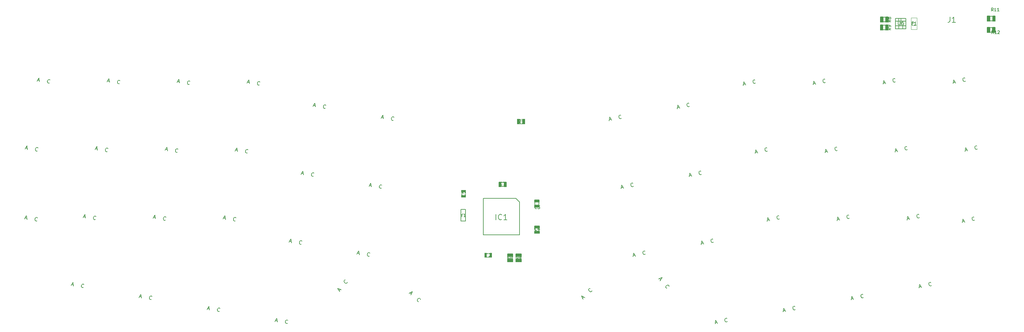
<source format=gbr>
G04 #@! TF.GenerationSoftware,KiCad,Pcbnew,(6.0.0-rc1-dev-1469-g932b9a334)*
G04 #@! TF.CreationDate,2019-08-24T21:44:19-07:00
G04 #@! TF.ProjectId,Laptreus-v2,4c617074-7265-4757-932d-76322e6b6963,rev?*
G04 #@! TF.SameCoordinates,Original*
G04 #@! TF.FileFunction,Other,Fab,Top*
%FSLAX46Y46*%
G04 Gerber Fmt 4.6, Leading zero omitted, Abs format (unit mm)*
G04 Created by KiCad (PCBNEW (6.0.0-rc1-dev-1469-g932b9a334)) date Saturday, August 24, 2019 at 09:44:19 PM*
%MOMM*%
%LPD*%
G04 APERTURE LIST*
%ADD10C,0.101600*%
%ADD11C,0.100000*%
%ADD12C,0.150000*%
%ADD13C,0.200000*%
%ADD14C,0.075000*%
%ADD15C,0.120000*%
G04 APERTURE END LIST*
D10*
G04 #@! TO.C,R1*
X238068156Y-101385374D02*
X238830156Y-101385374D01*
X238093156Y-102705374D02*
X238830156Y-102705374D01*
D11*
G36*
X237356956Y-102769274D02*
G01*
X238107056Y-102769274D01*
X238107056Y-101319174D01*
X237356956Y-101319174D01*
X237356956Y-102769274D01*
G37*
G36*
X238804756Y-102769274D02*
G01*
X239554856Y-102769274D01*
X239554856Y-101319174D01*
X238804756Y-101319174D01*
X238804756Y-102769274D01*
G37*
D12*
G04 #@! TO.C,IC1*
X236999156Y-123298854D02*
X237999156Y-124298854D01*
X227999156Y-123298854D02*
X236999156Y-123298854D01*
X227999156Y-133298854D02*
X227999156Y-123298854D01*
X237999156Y-133298854D02*
X227999156Y-133298854D01*
X237999156Y-124298854D02*
X237999156Y-133298854D01*
D10*
G04 #@! TO.C,C5*
X223134170Y-121485103D02*
X223134170Y-122505103D01*
X222064170Y-121485103D02*
X222064170Y-122505103D01*
D11*
G36*
X221949170Y-122401503D02*
G01*
X221949170Y-122995103D01*
X223249170Y-122995103D01*
X223249170Y-122401503D01*
X221949170Y-122401503D01*
G37*
G36*
X221949170Y-120995103D02*
G01*
X221949170Y-121578303D01*
X223249170Y-121578303D01*
X223249170Y-120995103D01*
X221949170Y-120995103D01*
G37*
D10*
G04 #@! TO.C,C2*
X229909170Y-139505103D02*
X228889170Y-139505103D01*
X229909170Y-138435103D02*
X228889170Y-138435103D01*
D11*
G36*
X228992770Y-138320103D02*
G01*
X228399170Y-138320103D01*
X228399170Y-139620103D01*
X228992770Y-139620103D01*
X228992770Y-138320103D01*
G37*
G36*
X230399170Y-138320103D02*
G01*
X229815970Y-138320103D01*
X229815970Y-139620103D01*
X230399170Y-139620103D01*
X230399170Y-138320103D01*
G37*
D12*
G04 #@! TO.C,U6*
X344644170Y-76425103D02*
X341744170Y-76425103D01*
X341744170Y-76425103D02*
X341744170Y-73525103D01*
X341744170Y-73525103D02*
X344644170Y-73525103D01*
X344644170Y-73525103D02*
X344644170Y-76425103D01*
X344644170Y-75625103D02*
X341744170Y-75625103D01*
X341744170Y-74325103D02*
X344644170Y-74325103D01*
X343294170Y-74325103D02*
X343294170Y-73525103D01*
X342644170Y-73525103D02*
X342644170Y-74325103D01*
X343744170Y-75625103D02*
X343744170Y-76425103D01*
X342644170Y-76425103D02*
X342644170Y-75625103D01*
D11*
G04 #@! TO.C,F1*
X347670170Y-73400103D02*
X347670170Y-76600103D01*
X346070170Y-73400103D02*
X347670170Y-73400103D01*
X346070170Y-76600103D02*
X346070170Y-73400103D01*
X347670170Y-76600103D02*
X346070170Y-76600103D01*
D12*
G04 #@! TO.C,R12*
G36*
X367835420Y-76024833D02*
G01*
X367085320Y-76024833D01*
X367085320Y-77474933D01*
X367835420Y-77474933D01*
X367835420Y-76024833D01*
G37*
X367835420Y-76024833D02*
X367085320Y-76024833D01*
X367085320Y-77474933D01*
X367835420Y-77474933D01*
X367835420Y-76024833D01*
G36*
X369283220Y-76024833D02*
G01*
X368533120Y-76024833D01*
X368533120Y-77474933D01*
X369283220Y-77474933D01*
X369283220Y-76024833D01*
G37*
X369283220Y-76024833D02*
X368533120Y-76024833D01*
X368533120Y-77474933D01*
X369283220Y-77474933D01*
X369283220Y-76024833D01*
X368547020Y-76088733D02*
X367810020Y-76088733D01*
X368572020Y-77408733D02*
X367810020Y-77408733D01*
G04 #@! TO.C,R11*
G36*
X368546621Y-74322634D02*
G01*
X369296721Y-74322634D01*
X369296721Y-72872534D01*
X368546621Y-72872534D01*
X368546621Y-74322634D01*
G37*
X368546621Y-74322634D02*
X369296721Y-74322634D01*
X369296721Y-72872534D01*
X368546621Y-72872534D01*
X368546621Y-74322634D01*
G36*
X367098821Y-74322634D02*
G01*
X367848921Y-74322634D01*
X367848921Y-72872534D01*
X367098821Y-72872534D01*
X367098821Y-74322634D01*
G37*
X367098821Y-74322634D02*
X367848921Y-74322634D01*
X367848921Y-72872534D01*
X367098821Y-72872534D01*
X367098821Y-74322634D01*
X367835021Y-74258734D02*
X368572021Y-74258734D01*
X367810021Y-72938734D02*
X368572021Y-72938734D01*
G04 #@! TO.C,R13*
X234764155Y-140076375D02*
X234764155Y-139314375D01*
X236084155Y-140051375D02*
X236084155Y-139314375D01*
G36*
X236148055Y-140787575D02*
G01*
X236148055Y-140037475D01*
X234697955Y-140037475D01*
X234697955Y-140787575D01*
X236148055Y-140787575D01*
G37*
X236148055Y-140787575D02*
X236148055Y-140037475D01*
X234697955Y-140037475D01*
X234697955Y-140787575D01*
X236148055Y-140787575D01*
G36*
X236148055Y-139339775D02*
G01*
X236148055Y-138589675D01*
X234697955Y-138589675D01*
X234697955Y-139339775D01*
X236148055Y-139339775D01*
G37*
X236148055Y-139339775D02*
X236148055Y-138589675D01*
X234697955Y-138589675D01*
X234697955Y-139339775D01*
X236148055Y-139339775D01*
G04 #@! TO.C,R8*
X338333155Y-73214375D02*
X339095155Y-73214375D01*
X338358155Y-74534375D02*
X339095155Y-74534375D01*
G36*
X337621955Y-74598275D02*
G01*
X338372055Y-74598275D01*
X338372055Y-73148175D01*
X337621955Y-73148175D01*
X337621955Y-74598275D01*
G37*
X337621955Y-74598275D02*
X338372055Y-74598275D01*
X338372055Y-73148175D01*
X337621955Y-73148175D01*
X337621955Y-74598275D01*
G36*
X339069755Y-74598275D02*
G01*
X339819855Y-74598275D01*
X339819855Y-73148175D01*
X339069755Y-73148175D01*
X339069755Y-74598275D01*
G37*
X339069755Y-74598275D02*
X339819855Y-74598275D01*
X339819855Y-73148175D01*
X339069755Y-73148175D01*
X339069755Y-74598275D01*
G04 #@! TO.C,R10*
X237114155Y-140051375D02*
X237114155Y-139289375D01*
X238434155Y-140026375D02*
X238434155Y-139289375D01*
G36*
X238498055Y-140762575D02*
G01*
X238498055Y-140012475D01*
X237047955Y-140012475D01*
X237047955Y-140762575D01*
X238498055Y-140762575D01*
G37*
X238498055Y-140762575D02*
X238498055Y-140012475D01*
X237047955Y-140012475D01*
X237047955Y-140762575D01*
X238498055Y-140762575D01*
G36*
X238498055Y-139314775D02*
G01*
X238498055Y-138564675D01*
X237047955Y-138564675D01*
X237047955Y-139314775D01*
X238498055Y-139314775D01*
G37*
X238498055Y-139314775D02*
X238498055Y-138564675D01*
X237047955Y-138564675D01*
X237047955Y-139314775D01*
X238498055Y-139314775D01*
G04 #@! TO.C,R9*
X339045155Y-76734374D02*
X338283155Y-76734374D01*
X339020155Y-75414374D02*
X338283155Y-75414374D01*
G36*
X339756355Y-75350474D02*
G01*
X339006255Y-75350474D01*
X339006255Y-76800574D01*
X339756355Y-76800574D01*
X339756355Y-75350474D01*
G37*
X339756355Y-75350474D02*
X339006255Y-75350474D01*
X339006255Y-76800574D01*
X339756355Y-76800574D01*
X339756355Y-75350474D01*
G36*
X338308555Y-75350474D02*
G01*
X337558455Y-75350474D01*
X337558455Y-76800574D01*
X338308555Y-76800574D01*
X338308555Y-75350474D01*
G37*
X338308555Y-75350474D02*
X337558455Y-75350474D01*
X337558455Y-76800574D01*
X338308555Y-76800574D01*
X338308555Y-75350474D01*
G04 #@! TO.C,C3*
X243359170Y-124210103D02*
X243359170Y-125230103D01*
X242289170Y-124210103D02*
X242289170Y-125230103D01*
G36*
X242174170Y-125126503D02*
G01*
X242174170Y-125720103D01*
X243474170Y-125720103D01*
X243474170Y-125126503D01*
X242174170Y-125126503D01*
G37*
X242174170Y-125126503D02*
X242174170Y-125720103D01*
X243474170Y-125720103D01*
X243474170Y-125126503D01*
X242174170Y-125126503D01*
G36*
X242174170Y-123720103D02*
G01*
X242174170Y-124303303D01*
X243474170Y-124303303D01*
X243474170Y-123720103D01*
X242174170Y-123720103D01*
G37*
X242174170Y-123720103D02*
X242174170Y-124303303D01*
X243474170Y-124303303D01*
X243474170Y-123720103D01*
X242174170Y-123720103D01*
G04 #@! TO.C,C4*
X242314170Y-132405103D02*
X242314170Y-131385103D01*
X243384170Y-132405103D02*
X243384170Y-131385103D01*
G36*
X243499170Y-131488703D02*
G01*
X243499170Y-130895103D01*
X242199170Y-130895103D01*
X242199170Y-131488703D01*
X243499170Y-131488703D01*
G37*
X243499170Y-131488703D02*
X243499170Y-130895103D01*
X242199170Y-130895103D01*
X242199170Y-131488703D01*
X243499170Y-131488703D01*
G36*
X243499170Y-132895103D02*
G01*
X243499170Y-132311903D01*
X242199170Y-132311903D01*
X242199170Y-132895103D01*
X243499170Y-132895103D01*
G37*
X243499170Y-132895103D02*
X243499170Y-132311903D01*
X242199170Y-132311903D01*
X242199170Y-132895103D01*
X243499170Y-132895103D01*
G04 #@! TO.C,C7*
X232889155Y-118860374D02*
X233909155Y-118860374D01*
X232889155Y-119930374D02*
X233909155Y-119930374D01*
G36*
X233805555Y-120045374D02*
G01*
X234399155Y-120045374D01*
X234399155Y-118745374D01*
X233805555Y-118745374D01*
X233805555Y-120045374D01*
G37*
X233805555Y-120045374D02*
X234399155Y-120045374D01*
X234399155Y-118745374D01*
X233805555Y-118745374D01*
X233805555Y-120045374D01*
G36*
X232399155Y-120045374D02*
G01*
X232982355Y-120045374D01*
X232982355Y-118745374D01*
X232399155Y-118745374D01*
X232399155Y-120045374D01*
G37*
X232399155Y-120045374D02*
X232982355Y-120045374D01*
X232982355Y-118745374D01*
X232399155Y-118745374D01*
X232399155Y-120045374D01*
G04 #@! TO.C,Y1*
X223149155Y-129520374D02*
X221849155Y-129520374D01*
X223149155Y-126320374D02*
X223149155Y-129520374D01*
X221849155Y-126320374D02*
X223149155Y-126320374D01*
X221849155Y-129520374D02*
X221849155Y-126320374D01*
G04 #@! TD*
G04 #@! TO.C,J1*
D13*
X356799170Y-73123674D02*
X356799170Y-74195103D01*
X356727741Y-74409388D01*
X356584884Y-74552245D01*
X356370598Y-74623674D01*
X356227741Y-74623674D01*
X358299170Y-74623674D02*
X357442027Y-74623674D01*
X357870598Y-74623674D02*
X357870598Y-73123674D01*
X357727741Y-73337960D01*
X357584884Y-73480817D01*
X357442027Y-73552245D01*
G04 #@! TO.C,R1*
X238357503Y-102572483D02*
X238024170Y-102096293D01*
X237786074Y-102572483D02*
X237786074Y-101572483D01*
X238167027Y-101572483D01*
X238262265Y-101620103D01*
X238309884Y-101667722D01*
X238357503Y-101762960D01*
X238357503Y-101905817D01*
X238309884Y-102001055D01*
X238262265Y-102048674D01*
X238167027Y-102096293D01*
X237786074Y-102096293D01*
X239309884Y-102572483D02*
X238738455Y-102572483D01*
X239024170Y-102572483D02*
X239024170Y-101572483D01*
X238928931Y-101715341D01*
X238833693Y-101810579D01*
X238738455Y-101858198D01*
G04 #@! TO.C,IC1*
X231534869Y-129173946D02*
X231534869Y-127673946D01*
X233106297Y-129031089D02*
X233034869Y-129102517D01*
X232820583Y-129173946D01*
X232677726Y-129173946D01*
X232463440Y-129102517D01*
X232320583Y-128959660D01*
X232249155Y-128816803D01*
X232177726Y-128531089D01*
X232177726Y-128316803D01*
X232249155Y-128031089D01*
X232320583Y-127888232D01*
X232463440Y-127745375D01*
X232677726Y-127673946D01*
X232820583Y-127673946D01*
X233034869Y-127745375D01*
X233106297Y-127816803D01*
X234534869Y-129173946D02*
X233677726Y-129173946D01*
X234106297Y-129173946D02*
X234106297Y-127673946D01*
X233963440Y-127888232D01*
X233820583Y-128031089D01*
X233677726Y-128102517D01*
G04 #@! TO.C,C5*
D12*
X222927741Y-122186769D02*
X222968217Y-122227245D01*
X223008693Y-122348674D01*
X223008693Y-122429626D01*
X222968217Y-122551055D01*
X222887265Y-122632007D01*
X222806312Y-122672483D01*
X222644408Y-122712960D01*
X222522979Y-122712960D01*
X222361074Y-122672483D01*
X222280122Y-122632007D01*
X222199170Y-122551055D01*
X222158693Y-122429626D01*
X222158693Y-122348674D01*
X222199170Y-122227245D01*
X222239646Y-122186769D01*
X222158693Y-121417722D02*
X222158693Y-121822483D01*
X222563455Y-121862960D01*
X222522979Y-121822483D01*
X222482503Y-121741531D01*
X222482503Y-121539150D01*
X222522979Y-121458198D01*
X222563455Y-121417722D01*
X222644408Y-121377245D01*
X222846789Y-121377245D01*
X222927741Y-121417722D01*
X222968217Y-121458198D01*
X223008693Y-121539150D01*
X223008693Y-121741531D01*
X222968217Y-121822483D01*
X222927741Y-121862960D01*
G04 #@! TO.C,C2*
D13*
X229182503Y-139427245D02*
X229134884Y-139474864D01*
X228992027Y-139522483D01*
X228896789Y-139522483D01*
X228753931Y-139474864D01*
X228658693Y-139379626D01*
X228611074Y-139284388D01*
X228563455Y-139093912D01*
X228563455Y-138951055D01*
X228611074Y-138760579D01*
X228658693Y-138665341D01*
X228753931Y-138570103D01*
X228896789Y-138522483D01*
X228992027Y-138522483D01*
X229134884Y-138570103D01*
X229182503Y-138617722D01*
X229563455Y-138617722D02*
X229611074Y-138570103D01*
X229706312Y-138522483D01*
X229944408Y-138522483D01*
X230039646Y-138570103D01*
X230087265Y-138617722D01*
X230134884Y-138712960D01*
X230134884Y-138808198D01*
X230087265Y-138951055D01*
X229515836Y-139522483D01*
X230134884Y-139522483D01*
G04 #@! TO.C,U6*
D12*
X342482265Y-74377483D02*
X342482265Y-75187007D01*
X342529884Y-75282245D01*
X342577503Y-75329864D01*
X342672741Y-75377483D01*
X342863217Y-75377483D01*
X342958455Y-75329864D01*
X343006074Y-75282245D01*
X343053693Y-75187007D01*
X343053693Y-74377483D01*
X343958455Y-74377483D02*
X343767979Y-74377483D01*
X343672741Y-74425103D01*
X343625122Y-74472722D01*
X343529884Y-74615579D01*
X343482265Y-74806055D01*
X343482265Y-75187007D01*
X343529884Y-75282245D01*
X343577503Y-75329864D01*
X343672741Y-75377483D01*
X343863217Y-75377483D01*
X343958455Y-75329864D01*
X344006074Y-75282245D01*
X344053693Y-75187007D01*
X344053693Y-74948912D01*
X344006074Y-74853674D01*
X343958455Y-74806055D01*
X343863217Y-74758436D01*
X343672741Y-74758436D01*
X343577503Y-74806055D01*
X343529884Y-74853674D01*
X343482265Y-74948912D01*
D14*
X342920360Y-75356055D02*
X343325122Y-75356055D01*
X343372741Y-75332245D01*
X343396550Y-75308436D01*
X343420360Y-75260817D01*
X343420360Y-75165579D01*
X343396550Y-75117960D01*
X343372741Y-75094150D01*
X343325122Y-75070341D01*
X342920360Y-75070341D01*
X342920360Y-74617960D02*
X342920360Y-74713198D01*
X342944170Y-74760817D01*
X342967979Y-74784626D01*
X343039408Y-74832245D01*
X343134646Y-74856055D01*
X343325122Y-74856055D01*
X343372741Y-74832245D01*
X343396550Y-74808436D01*
X343420360Y-74760817D01*
X343420360Y-74665579D01*
X343396550Y-74617960D01*
X343372741Y-74594150D01*
X343325122Y-74570341D01*
X343206074Y-74570341D01*
X343158455Y-74594150D01*
X343134646Y-74617960D01*
X343110836Y-74665579D01*
X343110836Y-74760817D01*
X343134646Y-74808436D01*
X343158455Y-74832245D01*
X343206074Y-74856055D01*
G04 #@! TO.C,F1*
D12*
X346586836Y-74939388D02*
X346303503Y-74939388D01*
X346303503Y-75384626D02*
X346303503Y-74534626D01*
X346708265Y-74534626D01*
X347477312Y-75384626D02*
X346991598Y-75384626D01*
X347234455Y-75384626D02*
X347234455Y-74534626D01*
X347153503Y-74656055D01*
X347072550Y-74737007D01*
X346991598Y-74777483D01*
D15*
X346813027Y-75266769D02*
X346813027Y-75533436D01*
X347232074Y-75533436D02*
X346432074Y-75533436D01*
X346432074Y-75152483D01*
X347232074Y-74428674D02*
X347232074Y-74885817D01*
X347232074Y-74657245D02*
X346432074Y-74657245D01*
X346546360Y-74733436D01*
X346622550Y-74809626D01*
X346660646Y-74885817D01*
G04 #@! TO.C,D2*
D12*
X341738603Y-91018743D02*
X341699977Y-91073908D01*
X341567559Y-91145610D01*
X341473767Y-91162148D01*
X341324812Y-91140060D01*
X341214483Y-91062806D01*
X341151049Y-90977284D01*
X341071078Y-90797971D01*
X341046271Y-90657284D01*
X341060090Y-90461432D01*
X341090448Y-90359372D01*
X341167701Y-90249043D01*
X341300119Y-90177341D01*
X341393910Y-90160803D01*
X341542866Y-90182891D01*
X341598031Y-90221518D01*
X338408766Y-91412468D02*
X338877722Y-91329778D01*
X338364588Y-91710379D02*
X338519209Y-90667689D01*
X339021127Y-91594614D01*
G04 #@! TO.C,D42*
X258016354Y-148753370D02*
X258013416Y-148820649D01*
X257940262Y-148952270D01*
X257870045Y-149016612D01*
X257732549Y-149078017D01*
X257597990Y-149072142D01*
X257498539Y-149034096D01*
X257334747Y-148925833D01*
X257238234Y-148820508D01*
X257144659Y-148647903D01*
X257115425Y-148545515D01*
X257121300Y-148410956D01*
X257194455Y-148279335D01*
X257264672Y-148214993D01*
X257402168Y-148153589D01*
X257469447Y-148156526D01*
X255419547Y-150874554D02*
X255770631Y-150552844D01*
X255542356Y-151149546D02*
X255112524Y-150187072D01*
X256033874Y-150699153D01*
G04 #@! TO.C,D9*
X166251011Y-91932347D02*
X166195846Y-91970973D01*
X166046890Y-91993062D01*
X165953099Y-91976524D01*
X165820681Y-91904822D01*
X165743428Y-91794493D01*
X165713070Y-91692432D01*
X165699251Y-91496581D01*
X165724057Y-91355894D01*
X165804029Y-91176581D01*
X165867462Y-91091059D01*
X165977792Y-91013805D01*
X166126747Y-90991716D01*
X166220539Y-91008254D01*
X166352956Y-91079957D01*
X166391583Y-91135121D01*
X162987325Y-91163457D02*
X163456281Y-91246147D01*
X162843920Y-91428293D02*
X163345838Y-90501368D01*
X163500459Y-91544058D01*
G04 #@! TO.C,D36*
X104899879Y-129474180D02*
X104844714Y-129512806D01*
X104695758Y-129534895D01*
X104601967Y-129518357D01*
X104469549Y-129446655D01*
X104392296Y-129336326D01*
X104361938Y-129234265D01*
X104348119Y-129038414D01*
X104372925Y-128897727D01*
X104452897Y-128718414D01*
X104516330Y-128632892D01*
X104626660Y-128555638D01*
X104775615Y-128533549D01*
X104869407Y-128550087D01*
X105001824Y-128621790D01*
X105040451Y-128676954D01*
X101636193Y-128705290D02*
X102105149Y-128787980D01*
X101492788Y-128970126D02*
X101994706Y-128043201D01*
X102149327Y-129085891D01*
G04 #@! TO.C,D25*
X363594739Y-129249964D02*
X363556113Y-129305129D01*
X363423695Y-129376831D01*
X363329903Y-129393369D01*
X363180948Y-129371281D01*
X363070619Y-129294027D01*
X363007185Y-129208505D01*
X362927214Y-129029192D01*
X362902407Y-128888505D01*
X362916226Y-128692653D01*
X362946584Y-128590593D01*
X363023837Y-128480264D01*
X363156255Y-128408562D01*
X363250046Y-128392024D01*
X363399002Y-128414112D01*
X363454167Y-128452739D01*
X360264902Y-129643689D02*
X360733858Y-129560999D01*
X360220724Y-129941600D02*
X360375345Y-128898910D01*
X360877263Y-129825835D01*
G04 #@! TO.C,D24*
X105007253Y-110149235D02*
X104952088Y-110187861D01*
X104803132Y-110209950D01*
X104709341Y-110193412D01*
X104576923Y-110121710D01*
X104499670Y-110011381D01*
X104469312Y-109909320D01*
X104455493Y-109713469D01*
X104480299Y-109572782D01*
X104560271Y-109393469D01*
X104623704Y-109307947D01*
X104734034Y-109230693D01*
X104882989Y-109208604D01*
X104976781Y-109225142D01*
X105109198Y-109296845D01*
X105147825Y-109352009D01*
X101743567Y-109380345D02*
X102212523Y-109463035D01*
X101600162Y-109645181D02*
X102102080Y-108718256D01*
X102256701Y-109760946D01*
G04 #@! TO.C,D13*
X364358521Y-109598099D02*
X364319895Y-109653264D01*
X364187477Y-109724966D01*
X364093685Y-109741504D01*
X363944730Y-109719416D01*
X363834401Y-109642162D01*
X363770967Y-109556640D01*
X363690996Y-109377327D01*
X363666189Y-109236640D01*
X363680008Y-109040788D01*
X363710366Y-108938728D01*
X363787619Y-108828399D01*
X363920037Y-108756697D01*
X364013828Y-108740159D01*
X364162784Y-108762247D01*
X364217949Y-108800874D01*
X361028684Y-109991824D02*
X361497640Y-109909134D01*
X360984506Y-110289735D02*
X361139127Y-109247045D01*
X361641045Y-110173970D01*
G04 #@! TO.C,D12*
X108315249Y-91388647D02*
X108260084Y-91427273D01*
X108111128Y-91449362D01*
X108017337Y-91432824D01*
X107884919Y-91361122D01*
X107807666Y-91250793D01*
X107777308Y-91148732D01*
X107763489Y-90952881D01*
X107788295Y-90812194D01*
X107868267Y-90632881D01*
X107931700Y-90547359D01*
X108042030Y-90470105D01*
X108190985Y-90448016D01*
X108284777Y-90464554D01*
X108417194Y-90536257D01*
X108455821Y-90591421D01*
X105051563Y-90619757D02*
X105520519Y-90702447D01*
X104908158Y-90884593D02*
X105410076Y-89957668D01*
X105564697Y-91000358D01*
G04 #@! TO.C,D1*
X361050526Y-90837511D02*
X361011900Y-90892676D01*
X360879482Y-90964378D01*
X360785690Y-90980916D01*
X360636735Y-90958828D01*
X360526406Y-90881574D01*
X360462972Y-90796052D01*
X360383001Y-90616739D01*
X360358194Y-90476052D01*
X360372013Y-90280200D01*
X360402371Y-90178140D01*
X360479624Y-90067811D01*
X360612042Y-89996109D01*
X360705833Y-89979571D01*
X360854789Y-90001659D01*
X360909954Y-90040286D01*
X357720689Y-91231236D02*
X358189645Y-91148546D01*
X357676511Y-91529147D02*
X357831132Y-90486457D01*
X358333050Y-91413382D01*
G04 #@! TO.C,D48*
X117703179Y-147851644D02*
X117648014Y-147890270D01*
X117499058Y-147912359D01*
X117405267Y-147895821D01*
X117272849Y-147824119D01*
X117195596Y-147713790D01*
X117165238Y-147611729D01*
X117151419Y-147415878D01*
X117176225Y-147275191D01*
X117256197Y-147095878D01*
X117319630Y-147010356D01*
X117429960Y-146933102D01*
X117578915Y-146911013D01*
X117672707Y-146927551D01*
X117805124Y-146999254D01*
X117843751Y-147054418D01*
X114439493Y-147082754D02*
X114908449Y-147165444D01*
X114296088Y-147347590D02*
X114798006Y-146420665D01*
X114952627Y-147463355D01*
G04 #@! TO.C,D18*
X269452916Y-119884559D02*
X269414290Y-119939724D01*
X269281872Y-120011426D01*
X269188080Y-120027964D01*
X269039125Y-120005876D01*
X268928796Y-119928622D01*
X268865362Y-119843100D01*
X268785391Y-119663787D01*
X268760584Y-119523100D01*
X268774403Y-119327248D01*
X268804761Y-119225188D01*
X268882014Y-119114859D01*
X269014432Y-119043157D01*
X269108223Y-119026619D01*
X269257179Y-119048707D01*
X269312344Y-119087334D01*
X266123079Y-120278284D02*
X266592035Y-120195594D01*
X266078901Y-120576195D02*
X266233522Y-119533505D01*
X266735440Y-120460430D01*
G04 #@! TO.C,D17*
X288213505Y-116576562D02*
X288174879Y-116631727D01*
X288042461Y-116703429D01*
X287948669Y-116719967D01*
X287799714Y-116697879D01*
X287689385Y-116620625D01*
X287625951Y-116535103D01*
X287545980Y-116355790D01*
X287521173Y-116215103D01*
X287534992Y-116019251D01*
X287565350Y-115917191D01*
X287642603Y-115806862D01*
X287775021Y-115735160D01*
X287868812Y-115718622D01*
X288017768Y-115740710D01*
X288072933Y-115779337D01*
X284883668Y-116970287D02*
X285352624Y-116887597D01*
X284839490Y-117268198D02*
X284994111Y-116225508D01*
X285496029Y-117152433D01*
G04 #@! TO.C,D43*
X210167222Y-151773786D02*
X210099943Y-151776724D01*
X209962446Y-151715319D01*
X209892230Y-151650977D01*
X209819075Y-151519356D01*
X209813200Y-151384797D01*
X209842434Y-151282409D01*
X209936009Y-151109804D01*
X210032522Y-151004479D01*
X210196314Y-150896216D01*
X210295765Y-150858170D01*
X210430323Y-150852295D01*
X210567820Y-150913700D01*
X210638037Y-150978042D01*
X210711191Y-151109663D01*
X210714129Y-151176943D01*
X207827783Y-149371734D02*
X208178867Y-149693444D01*
X207564540Y-149518043D02*
X208485890Y-149005962D01*
X208056058Y-149968436D01*
G04 #@! TO.C,D35*
X121011175Y-129091057D02*
X120956010Y-129129683D01*
X120807054Y-129151772D01*
X120713263Y-129135234D01*
X120580845Y-129063532D01*
X120503592Y-128953203D01*
X120473234Y-128851142D01*
X120459415Y-128655291D01*
X120484221Y-128514604D01*
X120564193Y-128335291D01*
X120627626Y-128249769D01*
X120737956Y-128172515D01*
X120886911Y-128150426D01*
X120980703Y-128166964D01*
X121113120Y-128238667D01*
X121151747Y-128293831D01*
X117747489Y-128322167D02*
X118216445Y-128404857D01*
X117604084Y-128587003D02*
X118106002Y-127660078D01*
X118260623Y-128702768D01*
G04 #@! TO.C,D23*
X124319173Y-110330467D02*
X124264008Y-110369093D01*
X124115052Y-110391182D01*
X124021261Y-110374644D01*
X123888843Y-110302942D01*
X123811590Y-110192613D01*
X123781232Y-110090552D01*
X123767413Y-109894701D01*
X123792219Y-109754014D01*
X123872191Y-109574701D01*
X123935624Y-109489179D01*
X124045954Y-109411925D01*
X124194909Y-109389836D01*
X124288701Y-109406374D01*
X124421118Y-109478077D01*
X124459745Y-109533241D01*
X121055487Y-109561577D02*
X121524443Y-109644267D01*
X120912082Y-109826413D02*
X121414000Y-108899488D01*
X121568621Y-109942178D01*
G04 #@! TO.C,D10*
X146939092Y-91751114D02*
X146883927Y-91789740D01*
X146734971Y-91811829D01*
X146641180Y-91795291D01*
X146508762Y-91723589D01*
X146431509Y-91613260D01*
X146401151Y-91511199D01*
X146387332Y-91315348D01*
X146412138Y-91174661D01*
X146492110Y-90995348D01*
X146555543Y-90909826D01*
X146665873Y-90832572D01*
X146814828Y-90810483D01*
X146908620Y-90827021D01*
X147041037Y-90898724D01*
X147079664Y-90953888D01*
X143675406Y-90982224D02*
X144144362Y-91064914D01*
X143532001Y-91247060D02*
X144033919Y-90320135D01*
X144188540Y-91362825D01*
G04 #@! TO.C,D40*
X295380833Y-157224501D02*
X295342207Y-157279666D01*
X295209789Y-157351368D01*
X295115997Y-157367906D01*
X294967042Y-157345818D01*
X294856713Y-157268564D01*
X294793279Y-157183042D01*
X294713308Y-157003729D01*
X294688501Y-156863042D01*
X294702320Y-156667190D01*
X294732678Y-156565130D01*
X294809931Y-156454801D01*
X294942349Y-156383099D01*
X295036140Y-156366561D01*
X295185096Y-156388649D01*
X295240261Y-156427276D01*
X292050996Y-157618226D02*
X292519952Y-157535536D01*
X292006818Y-157916137D02*
X292161439Y-156873447D01*
X292663357Y-157800372D01*
G04 #@! TO.C,D38*
X332902008Y-150608505D02*
X332863382Y-150663670D01*
X332730964Y-150735372D01*
X332637172Y-150751910D01*
X332488217Y-150729822D01*
X332377888Y-150652568D01*
X332314454Y-150567046D01*
X332234483Y-150387733D01*
X332209676Y-150247046D01*
X332223495Y-150051194D01*
X332253853Y-149949134D01*
X332331106Y-149838805D01*
X332463524Y-149767103D01*
X332557315Y-149750565D01*
X332706271Y-149772653D01*
X332761436Y-149811280D01*
X329572171Y-151002230D02*
X330041127Y-150919540D01*
X329527993Y-151300141D02*
X329682614Y-150257451D01*
X330184532Y-151184376D01*
G04 #@! TO.C,D37*
X351662597Y-147300508D02*
X351623971Y-147355673D01*
X351491553Y-147427375D01*
X351397761Y-147443913D01*
X351248806Y-147421825D01*
X351138477Y-147344571D01*
X351075043Y-147259049D01*
X350995072Y-147079736D01*
X350970265Y-146939049D01*
X350984084Y-146743197D01*
X351014442Y-146641137D01*
X351091695Y-146530808D01*
X351224113Y-146459106D01*
X351317904Y-146442568D01*
X351466860Y-146464656D01*
X351522025Y-146503283D01*
X348332760Y-147694233D02*
X348801716Y-147611543D01*
X348288582Y-147992144D02*
X348443203Y-146949454D01*
X348945121Y-147876379D01*
G04 #@! TO.C,D34*
X140323095Y-129272288D02*
X140267930Y-129310914D01*
X140118974Y-129333003D01*
X140025183Y-129316465D01*
X139892765Y-129244763D01*
X139815512Y-129134434D01*
X139785154Y-129032373D01*
X139771335Y-128836522D01*
X139796141Y-128695835D01*
X139876113Y-128516522D01*
X139939546Y-128431000D01*
X140049876Y-128353746D01*
X140198831Y-128331657D01*
X140292623Y-128348195D01*
X140425040Y-128419898D01*
X140463667Y-128475062D01*
X137059409Y-128503398D02*
X137528365Y-128586088D01*
X136916004Y-128768234D02*
X137417922Y-127841309D01*
X137572543Y-128883999D01*
G04 #@! TO.C,D31*
X196604859Y-139196282D02*
X196549694Y-139234908D01*
X196400738Y-139256997D01*
X196306947Y-139240459D01*
X196174529Y-139168757D01*
X196097276Y-139058428D01*
X196066918Y-138956367D01*
X196053099Y-138760516D01*
X196077905Y-138619829D01*
X196157877Y-138440516D01*
X196221310Y-138354994D01*
X196331640Y-138277740D01*
X196480595Y-138255651D01*
X196574387Y-138272189D01*
X196706804Y-138343892D01*
X196745431Y-138399056D01*
X193341173Y-138427392D02*
X193810129Y-138510082D01*
X193197768Y-138692228D02*
X193699686Y-137765303D01*
X193854307Y-138807993D01*
G04 #@! TO.C,D30*
X272760916Y-138645146D02*
X272722290Y-138700311D01*
X272589872Y-138772013D01*
X272496080Y-138788551D01*
X272347125Y-138766463D01*
X272236796Y-138689209D01*
X272173362Y-138603687D01*
X272093391Y-138424374D01*
X272068584Y-138283687D01*
X272082403Y-138087835D01*
X272112761Y-137985775D01*
X272190014Y-137875446D01*
X272322432Y-137803744D01*
X272416223Y-137787206D01*
X272565179Y-137809294D01*
X272620344Y-137847921D01*
X269431079Y-139038871D02*
X269900035Y-138956181D01*
X269386901Y-139336782D02*
X269541522Y-138294092D01*
X270043440Y-139221017D01*
G04 #@! TO.C,D29*
X291521504Y-135337147D02*
X291482878Y-135392312D01*
X291350460Y-135464014D01*
X291256668Y-135480552D01*
X291107713Y-135458464D01*
X290997384Y-135381210D01*
X290933950Y-135295688D01*
X290853979Y-135116375D01*
X290829172Y-134975688D01*
X290842991Y-134779836D01*
X290873349Y-134677776D01*
X290950602Y-134567447D01*
X291083020Y-134495745D01*
X291176811Y-134479207D01*
X291325767Y-134501295D01*
X291380932Y-134539922D01*
X288191667Y-135730872D02*
X288660623Y-135648182D01*
X288147489Y-136028783D02*
X288302110Y-134986093D01*
X288804028Y-135913018D01*
G04 #@! TO.C,D27*
X329042680Y-128721155D02*
X329004054Y-128776320D01*
X328871636Y-128848022D01*
X328777844Y-128864560D01*
X328628889Y-128842472D01*
X328518560Y-128765218D01*
X328455126Y-128679696D01*
X328375155Y-128500383D01*
X328350348Y-128359696D01*
X328364167Y-128163844D01*
X328394525Y-128061784D01*
X328471778Y-127951455D01*
X328604196Y-127879753D01*
X328697987Y-127863215D01*
X328846943Y-127885303D01*
X328902108Y-127923930D01*
X325712843Y-129114880D02*
X326181799Y-129032190D01*
X325668665Y-129412791D02*
X325823286Y-128370101D01*
X326325204Y-129297026D01*
G04 #@! TO.C,D26*
X348354600Y-128539919D02*
X348315974Y-128595084D01*
X348183556Y-128666786D01*
X348089764Y-128683324D01*
X347940809Y-128661236D01*
X347830480Y-128583982D01*
X347767046Y-128498460D01*
X347687075Y-128319147D01*
X347662268Y-128178460D01*
X347676087Y-127982608D01*
X347706445Y-127880548D01*
X347783698Y-127770219D01*
X347916116Y-127698517D01*
X348009907Y-127681979D01*
X348158863Y-127704067D01*
X348214028Y-127742694D01*
X345024763Y-128933644D02*
X345493719Y-128850954D01*
X344980585Y-129231555D02*
X345135206Y-128188865D01*
X345637124Y-129115790D01*
G04 #@! TO.C,D21*
X162943015Y-110692934D02*
X162887850Y-110731560D01*
X162738894Y-110753649D01*
X162645103Y-110737111D01*
X162512685Y-110665409D01*
X162435432Y-110555080D01*
X162405074Y-110453019D01*
X162391255Y-110257168D01*
X162416061Y-110116481D01*
X162496033Y-109937168D01*
X162559466Y-109851646D01*
X162669796Y-109774392D01*
X162818751Y-109752303D01*
X162912543Y-109768841D01*
X163044960Y-109840544D01*
X163083587Y-109895708D01*
X159679329Y-109924044D02*
X160148285Y-110006734D01*
X159535924Y-110188880D02*
X160037842Y-109261955D01*
X160192463Y-110304645D01*
G04 #@! TO.C,D16*
X306422759Y-110141797D02*
X306384133Y-110196962D01*
X306251715Y-110268664D01*
X306157923Y-110285202D01*
X306008968Y-110263114D01*
X305898639Y-110185860D01*
X305835205Y-110100338D01*
X305755234Y-109921025D01*
X305730427Y-109780338D01*
X305744246Y-109584486D01*
X305774604Y-109482426D01*
X305851857Y-109372097D01*
X305984275Y-109300395D01*
X306078066Y-109283857D01*
X306227022Y-109305945D01*
X306282187Y-109344572D01*
X303092922Y-110535522D02*
X303561878Y-110452832D01*
X303048744Y-110833433D02*
X303203365Y-109790743D01*
X303705283Y-110717668D01*
G04 #@! TO.C,D15*
X325734680Y-109960565D02*
X325696054Y-110015730D01*
X325563636Y-110087432D01*
X325469844Y-110103970D01*
X325320889Y-110081882D01*
X325210560Y-110004628D01*
X325147126Y-109919106D01*
X325067155Y-109739793D01*
X325042348Y-109599106D01*
X325056167Y-109403254D01*
X325086525Y-109301194D01*
X325163778Y-109190865D01*
X325296196Y-109119163D01*
X325389987Y-109102625D01*
X325538943Y-109124713D01*
X325594108Y-109163340D01*
X322404843Y-110354290D02*
X322873799Y-110271600D01*
X322360665Y-110652201D02*
X322515286Y-109609511D01*
X323017204Y-110536436D01*
G04 #@! TO.C,D11*
X127627171Y-91569881D02*
X127572006Y-91608507D01*
X127423050Y-91630596D01*
X127329259Y-91614058D01*
X127196841Y-91542356D01*
X127119588Y-91432027D01*
X127089230Y-91329966D01*
X127075411Y-91134115D01*
X127100217Y-90993428D01*
X127180189Y-90814115D01*
X127243622Y-90728593D01*
X127353952Y-90651339D01*
X127502907Y-90629250D01*
X127596699Y-90645788D01*
X127729116Y-90717491D01*
X127767743Y-90772655D01*
X124363485Y-90800991D02*
X124832441Y-90883681D01*
X124220080Y-91065827D02*
X124721998Y-90138902D01*
X124876619Y-91181592D01*
G04 #@! TO.C,D8*
X184460266Y-98367109D02*
X184405101Y-98405735D01*
X184256145Y-98427824D01*
X184162354Y-98411286D01*
X184029936Y-98339584D01*
X183952683Y-98229255D01*
X183922325Y-98127194D01*
X183908506Y-97931343D01*
X183933312Y-97790656D01*
X184013284Y-97611343D01*
X184076717Y-97525821D01*
X184187047Y-97448567D01*
X184336002Y-97426478D01*
X184429794Y-97443016D01*
X184562211Y-97514719D01*
X184600838Y-97569883D01*
X181196580Y-97598219D02*
X181665536Y-97680909D01*
X181053175Y-97863055D02*
X181555093Y-96936130D01*
X181709714Y-97978820D01*
G04 #@! TO.C,D5*
X284905507Y-97815974D02*
X284866881Y-97871139D01*
X284734463Y-97942841D01*
X284640671Y-97959379D01*
X284491716Y-97937291D01*
X284381387Y-97860037D01*
X284317953Y-97774515D01*
X284237982Y-97595202D01*
X284213175Y-97454515D01*
X284226994Y-97258663D01*
X284257352Y-97156603D01*
X284334605Y-97046274D01*
X284467023Y-96974572D01*
X284560814Y-96958034D01*
X284709770Y-96980122D01*
X284764935Y-97018749D01*
X281575670Y-98209699D02*
X282044626Y-98127009D01*
X281531492Y-98507610D02*
X281686113Y-97464920D01*
X282188031Y-98391845D01*
G04 #@! TO.C,D4*
X303114760Y-91381210D02*
X303076134Y-91436375D01*
X302943716Y-91508077D01*
X302849924Y-91524615D01*
X302700969Y-91502527D01*
X302590640Y-91425273D01*
X302527206Y-91339751D01*
X302447235Y-91160438D01*
X302422428Y-91019751D01*
X302436247Y-90823899D01*
X302466605Y-90721839D01*
X302543858Y-90611510D01*
X302676276Y-90539808D01*
X302770067Y-90523270D01*
X302919023Y-90545358D01*
X302974188Y-90583985D01*
X299784923Y-91774935D02*
X300253879Y-91692245D01*
X299740745Y-92072846D02*
X299895366Y-91030156D01*
X300397284Y-91957081D01*
G04 #@! TO.C,D7*
X203220856Y-101675108D02*
X203165691Y-101713734D01*
X203016735Y-101735823D01*
X202922944Y-101719285D01*
X202790526Y-101647583D01*
X202713273Y-101537254D01*
X202682915Y-101435193D01*
X202669096Y-101239342D01*
X202693902Y-101098655D01*
X202773874Y-100919342D01*
X202837307Y-100833820D01*
X202947637Y-100756566D01*
X203096592Y-100734477D01*
X203190384Y-100751015D01*
X203322801Y-100822718D01*
X203361428Y-100877882D01*
X199957170Y-100906218D02*
X200426126Y-100988908D01*
X199813765Y-101171054D02*
X200315683Y-100244129D01*
X200470304Y-101286819D01*
G04 #@! TO.C,D47*
X136463765Y-151159641D02*
X136408600Y-151198267D01*
X136259644Y-151220356D01*
X136165853Y-151203818D01*
X136033435Y-151132116D01*
X135956182Y-151021787D01*
X135925824Y-150919726D01*
X135912005Y-150723875D01*
X135936811Y-150583188D01*
X136016783Y-150403875D01*
X136080216Y-150318353D01*
X136190546Y-150241099D01*
X136339501Y-150219010D01*
X136433293Y-150235548D01*
X136565710Y-150307251D01*
X136604337Y-150362415D01*
X133200079Y-150390751D02*
X133669035Y-150473441D01*
X133056674Y-150655587D02*
X133558592Y-149728662D01*
X133713213Y-150771352D01*
G04 #@! TO.C,D46*
X155224352Y-154467639D02*
X155169187Y-154506265D01*
X155020231Y-154528354D01*
X154926440Y-154511816D01*
X154794022Y-154440114D01*
X154716769Y-154329785D01*
X154686411Y-154227724D01*
X154672592Y-154031873D01*
X154697398Y-153891186D01*
X154777370Y-153711873D01*
X154840803Y-153626351D01*
X154951133Y-153549097D01*
X155100088Y-153527008D01*
X155193880Y-153543546D01*
X155326297Y-153615249D01*
X155364924Y-153670413D01*
X151960666Y-153698749D02*
X152429622Y-153781439D01*
X151817261Y-153963585D02*
X152319179Y-153036660D01*
X152473800Y-154079350D01*
G04 #@! TO.C,D45*
X173984940Y-157775638D02*
X173929775Y-157814264D01*
X173780819Y-157836353D01*
X173687028Y-157819815D01*
X173554610Y-157748113D01*
X173477357Y-157637784D01*
X173446999Y-157535723D01*
X173433180Y-157339872D01*
X173457986Y-157199185D01*
X173537958Y-157019872D01*
X173601391Y-156934350D01*
X173711721Y-156857096D01*
X173860676Y-156835007D01*
X173954468Y-156851545D01*
X174086885Y-156923248D01*
X174125512Y-156978412D01*
X170721254Y-157006748D02*
X171190210Y-157089438D01*
X170577849Y-157271584D02*
X171079767Y-156344659D01*
X171234388Y-157387349D01*
G04 #@! TO.C,D44*
X190536362Y-146332884D02*
X190542231Y-146399971D01*
X190486883Y-146540015D01*
X190425665Y-146612971D01*
X190297360Y-146691797D01*
X190163185Y-146703536D01*
X190059620Y-146678796D01*
X189883098Y-146592839D01*
X189773663Y-146501012D01*
X189658358Y-146342098D01*
X189616011Y-146244402D01*
X189604272Y-146110227D01*
X189659620Y-145970184D01*
X189720838Y-145897227D01*
X189849143Y-145818401D01*
X189916231Y-145812532D01*
X188238640Y-148774872D02*
X188544729Y-148410089D01*
X188396292Y-149031483D02*
X187844510Y-148133347D01*
X188824817Y-148520786D01*
G04 #@! TO.C,D41*
X278674428Y-148084511D02*
X278607341Y-148078642D01*
X278479036Y-147999816D01*
X278417818Y-147926860D01*
X278362470Y-147786816D01*
X278374208Y-147652641D01*
X278416556Y-147554945D01*
X278531860Y-147396031D01*
X278641295Y-147304204D01*
X278817817Y-147218247D01*
X278921383Y-147193507D01*
X279055557Y-147205246D01*
X279183862Y-147284072D01*
X279245080Y-147357029D01*
X279300429Y-147497072D01*
X279294559Y-147564160D01*
X276668533Y-145397651D02*
X276974622Y-145762434D01*
X276388445Y-145508348D02*
X277368752Y-145120909D01*
X276816970Y-146019045D01*
G04 #@! TO.C,D39*
X314141421Y-153916503D02*
X314102795Y-153971668D01*
X313970377Y-154043370D01*
X313876585Y-154059908D01*
X313727630Y-154037820D01*
X313617301Y-153960566D01*
X313553867Y-153875044D01*
X313473896Y-153695731D01*
X313449089Y-153555044D01*
X313462908Y-153359192D01*
X313493266Y-153257132D01*
X313570519Y-153146803D01*
X313702937Y-153075101D01*
X313796728Y-153058563D01*
X313945684Y-153080651D01*
X314000849Y-153119278D01*
X310811584Y-154310228D02*
X311280540Y-154227538D01*
X310767406Y-154608139D02*
X310922027Y-153565449D01*
X311423945Y-154492374D01*
G04 #@! TO.C,D33*
X159635017Y-129453522D02*
X159579852Y-129492148D01*
X159430896Y-129514237D01*
X159337105Y-129497699D01*
X159204687Y-129425997D01*
X159127434Y-129315668D01*
X159097076Y-129213607D01*
X159083257Y-129017756D01*
X159108063Y-128877069D01*
X159188035Y-128697756D01*
X159251468Y-128612234D01*
X159361798Y-128534980D01*
X159510753Y-128512891D01*
X159604545Y-128529429D01*
X159736962Y-128601132D01*
X159775589Y-128656296D01*
X156371331Y-128684632D02*
X156840287Y-128767322D01*
X156227926Y-128949468D02*
X156729844Y-128022543D01*
X156884465Y-129065233D01*
G04 #@! TO.C,D32*
X177844272Y-135888285D02*
X177789107Y-135926911D01*
X177640151Y-135949000D01*
X177546360Y-135932462D01*
X177413942Y-135860760D01*
X177336689Y-135750431D01*
X177306331Y-135648370D01*
X177292512Y-135452519D01*
X177317318Y-135311832D01*
X177397290Y-135132519D01*
X177460723Y-135046997D01*
X177571053Y-134969743D01*
X177720008Y-134947654D01*
X177813800Y-134964192D01*
X177946217Y-135035895D01*
X177984844Y-135091059D01*
X174580586Y-135119395D02*
X175049542Y-135202085D01*
X174437181Y-135384231D02*
X174939099Y-134457306D01*
X175093720Y-135499996D01*
G04 #@! TO.C,D28*
X309730758Y-128902387D02*
X309692132Y-128957552D01*
X309559714Y-129029254D01*
X309465922Y-129045792D01*
X309316967Y-129023704D01*
X309206638Y-128946450D01*
X309143204Y-128860928D01*
X309063233Y-128681615D01*
X309038426Y-128540928D01*
X309052245Y-128345076D01*
X309082603Y-128243016D01*
X309159856Y-128132687D01*
X309292274Y-128060985D01*
X309386065Y-128044447D01*
X309535021Y-128066535D01*
X309590186Y-128105162D01*
X306400921Y-129296112D02*
X306869877Y-129213422D01*
X306356743Y-129594023D02*
X306511364Y-128551333D01*
X307013282Y-129478258D01*
G04 #@! TO.C,D22*
X143631095Y-110511702D02*
X143575930Y-110550328D01*
X143426974Y-110572417D01*
X143333183Y-110555879D01*
X143200765Y-110484177D01*
X143123512Y-110373848D01*
X143093154Y-110271787D01*
X143079335Y-110075936D01*
X143104141Y-109935249D01*
X143184113Y-109755936D01*
X143247546Y-109670414D01*
X143357876Y-109593160D01*
X143506831Y-109571071D01*
X143600623Y-109587609D01*
X143733040Y-109659312D01*
X143771667Y-109714476D01*
X140367409Y-109742812D02*
X140836365Y-109825502D01*
X140224004Y-110007648D02*
X140725922Y-109080723D01*
X140880543Y-110123413D01*
G04 #@! TO.C,D20*
X181152269Y-117127697D02*
X181097104Y-117166323D01*
X180948148Y-117188412D01*
X180854357Y-117171874D01*
X180721939Y-117100172D01*
X180644686Y-116989843D01*
X180614328Y-116887782D01*
X180600509Y-116691931D01*
X180625315Y-116551244D01*
X180705287Y-116371931D01*
X180768720Y-116286409D01*
X180879050Y-116209155D01*
X181028005Y-116187066D01*
X181121797Y-116203604D01*
X181254214Y-116275307D01*
X181292841Y-116330471D01*
X177888583Y-116358807D02*
X178357539Y-116441497D01*
X177745178Y-116623643D02*
X178247096Y-115696718D01*
X178401717Y-116739408D01*
G04 #@! TO.C,D19*
X199912858Y-120435697D02*
X199857693Y-120474323D01*
X199708737Y-120496412D01*
X199614946Y-120479874D01*
X199482528Y-120408172D01*
X199405275Y-120297843D01*
X199374917Y-120195782D01*
X199361098Y-119999931D01*
X199385904Y-119859244D01*
X199465876Y-119679931D01*
X199529309Y-119594409D01*
X199639639Y-119517155D01*
X199788594Y-119495066D01*
X199882386Y-119511604D01*
X200014803Y-119583307D01*
X200053430Y-119638471D01*
X196649172Y-119666807D02*
X197118128Y-119749497D01*
X196505767Y-119931643D02*
X197007685Y-119004718D01*
X197162306Y-120047408D01*
G04 #@! TO.C,D14*
X345046602Y-109779332D02*
X345007976Y-109834497D01*
X344875558Y-109906199D01*
X344781766Y-109922737D01*
X344632811Y-109900649D01*
X344522482Y-109823395D01*
X344459048Y-109737873D01*
X344379077Y-109558560D01*
X344354270Y-109417873D01*
X344368089Y-109222021D01*
X344398447Y-109119961D01*
X344475700Y-109009632D01*
X344608118Y-108937930D01*
X344701909Y-108921392D01*
X344850865Y-108943480D01*
X344906030Y-108982107D01*
X341716765Y-110173057D02*
X342185721Y-110090367D01*
X341672587Y-110470968D02*
X341827208Y-109428278D01*
X342329126Y-110355203D01*
G04 #@! TO.C,D6*
X266144919Y-101123973D02*
X266106293Y-101179138D01*
X265973875Y-101250840D01*
X265880083Y-101267378D01*
X265731128Y-101245290D01*
X265620799Y-101168036D01*
X265557365Y-101082514D01*
X265477394Y-100903201D01*
X265452587Y-100762514D01*
X265466406Y-100566662D01*
X265496764Y-100464602D01*
X265574017Y-100354273D01*
X265706435Y-100282571D01*
X265800226Y-100266033D01*
X265949182Y-100288121D01*
X266004347Y-100326748D01*
X262815082Y-101517698D02*
X263284038Y-101435008D01*
X262770904Y-101815609D02*
X262925525Y-100772919D01*
X263427443Y-101699844D01*
G04 #@! TO.C,D3*
X322426683Y-91199976D02*
X322388057Y-91255141D01*
X322255639Y-91326843D01*
X322161847Y-91343381D01*
X322012892Y-91321293D01*
X321902563Y-91244039D01*
X321839129Y-91158517D01*
X321759158Y-90979204D01*
X321734351Y-90838517D01*
X321748170Y-90642665D01*
X321778528Y-90540605D01*
X321855781Y-90430276D01*
X321988199Y-90358574D01*
X322081990Y-90342036D01*
X322230946Y-90364124D01*
X322286111Y-90402751D01*
X319096846Y-91593701D02*
X319565802Y-91511011D01*
X319052668Y-91891612D02*
X319207289Y-90848922D01*
X319709207Y-91775847D01*
G04 #@! TO.C,R12*
X368838288Y-77804900D02*
X368554955Y-77400138D01*
X368352574Y-77804900D02*
X368352574Y-76954900D01*
X368676383Y-76954900D01*
X368757336Y-76995377D01*
X368797812Y-77035853D01*
X368838288Y-77116805D01*
X368838288Y-77238234D01*
X368797812Y-77319186D01*
X368757336Y-77359662D01*
X368676383Y-77400138D01*
X368352574Y-77400138D01*
X369647812Y-77804900D02*
X369162097Y-77804900D01*
X369404955Y-77804900D02*
X369404955Y-76954900D01*
X369324002Y-77076329D01*
X369243050Y-77157281D01*
X369162097Y-77197757D01*
X369971621Y-77035853D02*
X370012097Y-76995377D01*
X370093050Y-76954900D01*
X370295431Y-76954900D01*
X370376383Y-76995377D01*
X370416859Y-77035853D01*
X370457336Y-77116805D01*
X370457336Y-77197757D01*
X370416859Y-77319186D01*
X369931145Y-77804900D01*
X370457336Y-77804900D01*
G04 #@! TO.C,R11*
X368738289Y-71554901D02*
X368454956Y-71150139D01*
X368252575Y-71554901D02*
X368252575Y-70704901D01*
X368576384Y-70704901D01*
X368657337Y-70745378D01*
X368697813Y-70785854D01*
X368738289Y-70866806D01*
X368738289Y-70988235D01*
X368697813Y-71069187D01*
X368657337Y-71109663D01*
X368576384Y-71150139D01*
X368252575Y-71150139D01*
X369547813Y-71554901D02*
X369062098Y-71554901D01*
X369304956Y-71554901D02*
X369304956Y-70704901D01*
X369224003Y-70826330D01*
X369143051Y-70907282D01*
X369062098Y-70947758D01*
X370357337Y-71554901D02*
X369871622Y-71554901D01*
X370114479Y-71554901D02*
X370114479Y-70704901D01*
X370033527Y-70826330D01*
X369952575Y-70907282D01*
X369871622Y-70947758D01*
G04 #@! TO.C,R13*
X235014631Y-139198946D02*
X235419393Y-138915613D01*
X235014631Y-138713232D02*
X235864631Y-138713232D01*
X235864631Y-139037041D01*
X235824155Y-139117994D01*
X235783678Y-139158470D01*
X235702726Y-139198946D01*
X235581297Y-139198946D01*
X235500345Y-139158470D01*
X235459869Y-139117994D01*
X235419393Y-139037041D01*
X235419393Y-138713232D01*
X235014631Y-140008470D02*
X235014631Y-139522755D01*
X235014631Y-139765613D02*
X235864631Y-139765613D01*
X235743202Y-139684660D01*
X235662250Y-139603708D01*
X235621774Y-139522755D01*
X235864631Y-140291803D02*
X235864631Y-140817994D01*
X235540821Y-140534660D01*
X235540821Y-140656089D01*
X235500345Y-140737041D01*
X235459869Y-140777517D01*
X235378916Y-140817994D01*
X235176535Y-140817994D01*
X235095583Y-140777517D01*
X235055107Y-140737041D01*
X235014631Y-140656089D01*
X235014631Y-140413232D01*
X235055107Y-140332279D01*
X235095583Y-140291803D01*
G04 #@! TO.C,R8*
X340485382Y-74044240D02*
X340080620Y-74327574D01*
X340485382Y-74529954D02*
X339635382Y-74529954D01*
X339635382Y-74206145D01*
X339675859Y-74125193D01*
X339716335Y-74084716D01*
X339797287Y-74044240D01*
X339918716Y-74044240D01*
X339999668Y-74084716D01*
X340040144Y-74125193D01*
X340080620Y-74206145D01*
X340080620Y-74529954D01*
X339999668Y-73558526D02*
X339959192Y-73639478D01*
X339918716Y-73679954D01*
X339837763Y-73720431D01*
X339797287Y-73720431D01*
X339716335Y-73679954D01*
X339675859Y-73639478D01*
X339635382Y-73558526D01*
X339635382Y-73396621D01*
X339675859Y-73315669D01*
X339716335Y-73275193D01*
X339797287Y-73234716D01*
X339837763Y-73234716D01*
X339918716Y-73275193D01*
X339959192Y-73315669D01*
X339999668Y-73396621D01*
X339999668Y-73558526D01*
X340040144Y-73639478D01*
X340080620Y-73679954D01*
X340161573Y-73720431D01*
X340323478Y-73720431D01*
X340404430Y-73679954D01*
X340444906Y-73639478D01*
X340485382Y-73558526D01*
X340485382Y-73396621D01*
X340444906Y-73315669D01*
X340404430Y-73275193D01*
X340323478Y-73234716D01*
X340161573Y-73234716D01*
X340080620Y-73275193D01*
X340040144Y-73315669D01*
X339999668Y-73396621D01*
G04 #@! TO.C,R10*
X238168919Y-140249289D02*
X237764157Y-140532622D01*
X238168919Y-140735003D02*
X237318919Y-140735003D01*
X237318919Y-140411194D01*
X237359396Y-140330241D01*
X237399872Y-140289765D01*
X237480824Y-140249289D01*
X237602253Y-140249289D01*
X237683205Y-140289765D01*
X237723681Y-140330241D01*
X237764157Y-140411194D01*
X237764157Y-140735003D01*
X238168919Y-139439765D02*
X238168919Y-139925480D01*
X238168919Y-139682622D02*
X237318919Y-139682622D01*
X237440348Y-139763575D01*
X237521300Y-139844527D01*
X237561776Y-139925480D01*
X237318919Y-138913575D02*
X237318919Y-138832622D01*
X237359396Y-138751670D01*
X237399872Y-138711194D01*
X237480824Y-138670718D01*
X237642729Y-138630241D01*
X237845110Y-138630241D01*
X238007015Y-138670718D01*
X238087967Y-138711194D01*
X238128443Y-138751670D01*
X238168919Y-138832622D01*
X238168919Y-138913575D01*
X238128443Y-138994527D01*
X238087967Y-139035003D01*
X238007015Y-139075480D01*
X237845110Y-139115956D01*
X237642729Y-139115956D01*
X237480824Y-139075480D01*
X237399872Y-139035003D01*
X237359396Y-138994527D01*
X237318919Y-138913575D01*
G04 #@! TO.C,R9*
X340435382Y-76244239D02*
X340030620Y-76527573D01*
X340435382Y-76729953D02*
X339585382Y-76729953D01*
X339585382Y-76406144D01*
X339625859Y-76325192D01*
X339666335Y-76284715D01*
X339747287Y-76244239D01*
X339868716Y-76244239D01*
X339949668Y-76284715D01*
X339990144Y-76325192D01*
X340030620Y-76406144D01*
X340030620Y-76729953D01*
X340435382Y-75839477D02*
X340435382Y-75677573D01*
X340394906Y-75596620D01*
X340354430Y-75556144D01*
X340233001Y-75475192D01*
X340071097Y-75434715D01*
X339747287Y-75434715D01*
X339666335Y-75475192D01*
X339625859Y-75515668D01*
X339585382Y-75596620D01*
X339585382Y-75758525D01*
X339625859Y-75839477D01*
X339666335Y-75879953D01*
X339747287Y-75920430D01*
X339949668Y-75920430D01*
X340030620Y-75879953D01*
X340071097Y-75839477D01*
X340111573Y-75758525D01*
X340111573Y-75596620D01*
X340071097Y-75515668D01*
X340030620Y-75475192D01*
X339949668Y-75434715D01*
G04 #@! TO.C,C3*
X242782503Y-126048674D02*
X242742027Y-126089150D01*
X242620598Y-126129626D01*
X242539646Y-126129626D01*
X242418217Y-126089150D01*
X242337265Y-126008198D01*
X242296789Y-125927245D01*
X242256312Y-125765341D01*
X242256312Y-125643912D01*
X242296789Y-125482007D01*
X242337265Y-125401055D01*
X242418217Y-125320103D01*
X242539646Y-125279626D01*
X242620598Y-125279626D01*
X242742027Y-125320103D01*
X242782503Y-125360579D01*
X243065836Y-125279626D02*
X243592027Y-125279626D01*
X243308693Y-125603436D01*
X243430122Y-125603436D01*
X243511074Y-125643912D01*
X243551550Y-125684388D01*
X243592027Y-125765341D01*
X243592027Y-125967722D01*
X243551550Y-126048674D01*
X243511074Y-126089150D01*
X243430122Y-126129626D01*
X243187265Y-126129626D01*
X243106312Y-126089150D01*
X243065836Y-126048674D01*
G04 #@! TO.C,C4*
X242732503Y-132023674D02*
X242692027Y-132064150D01*
X242570598Y-132104626D01*
X242489646Y-132104626D01*
X242368217Y-132064150D01*
X242287265Y-131983198D01*
X242246789Y-131902245D01*
X242206312Y-131740341D01*
X242206312Y-131618912D01*
X242246789Y-131457007D01*
X242287265Y-131376055D01*
X242368217Y-131295103D01*
X242489646Y-131254626D01*
X242570598Y-131254626D01*
X242692027Y-131295103D01*
X242732503Y-131335579D01*
X243461074Y-131537960D02*
X243461074Y-132104626D01*
X243258693Y-131214150D02*
X243056312Y-131821293D01*
X243582503Y-131821293D01*
G04 #@! TO.C,C7*
X233207488Y-119523945D02*
X233167012Y-119564421D01*
X233045583Y-119604897D01*
X232964631Y-119604897D01*
X232843202Y-119564421D01*
X232762250Y-119483469D01*
X232721774Y-119402516D01*
X232681297Y-119240612D01*
X232681297Y-119119183D01*
X232721774Y-118957278D01*
X232762250Y-118876326D01*
X232843202Y-118795374D01*
X232964631Y-118754897D01*
X233045583Y-118754897D01*
X233167012Y-118795374D01*
X233207488Y-118835850D01*
X233490821Y-118754897D02*
X234057488Y-118754897D01*
X233693202Y-119604897D01*
G04 #@! TO.C,Y1*
X222144408Y-127899864D02*
X222144408Y-128304626D01*
X221861074Y-127454626D02*
X222144408Y-127899864D01*
X222427741Y-127454626D01*
X223156312Y-128304626D02*
X222670598Y-128304626D01*
X222913455Y-128304626D02*
X222913455Y-127454626D01*
X222832503Y-127576055D01*
X222751550Y-127657007D01*
X222670598Y-127697483D01*
G04 #@! TD*
M02*

</source>
